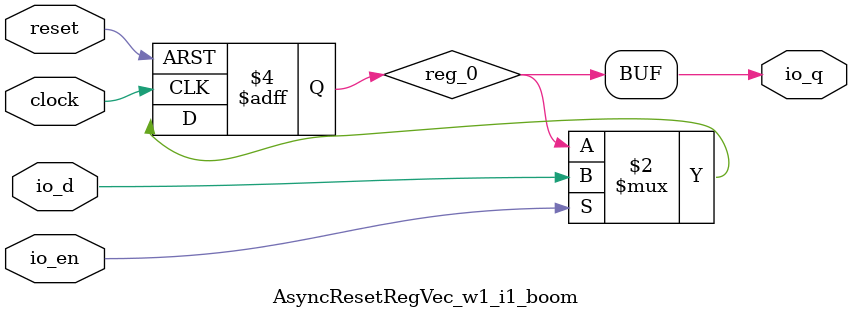
<source format=sv>
`ifndef RANDOMIZE
  `ifdef RANDOMIZE_REG_INIT
    `define RANDOMIZE
  `endif // RANDOMIZE_REG_INIT
`endif // not def RANDOMIZE
`ifndef RANDOMIZE
  `ifdef RANDOMIZE_MEM_INIT
    `define RANDOMIZE
  `endif // RANDOMIZE_MEM_INIT
`endif // not def RANDOMIZE

`ifndef RANDOM
  `define RANDOM $random
`endif // not def RANDOM

// Users can define 'PRINTF_COND' to add an extra gate to prints.
`ifndef PRINTF_COND_
  `ifdef PRINTF_COND
    `define PRINTF_COND_ (`PRINTF_COND)
  `else  // PRINTF_COND
    `define PRINTF_COND_ 1
  `endif // PRINTF_COND
`endif // not def PRINTF_COND_

// Users can define 'ASSERT_VERBOSE_COND' to add an extra gate to assert error printing.
`ifndef ASSERT_VERBOSE_COND_
  `ifdef ASSERT_VERBOSE_COND
    `define ASSERT_VERBOSE_COND_ (`ASSERT_VERBOSE_COND)
  `else  // ASSERT_VERBOSE_COND
    `define ASSERT_VERBOSE_COND_ 1
  `endif // ASSERT_VERBOSE_COND
`endif // not def ASSERT_VERBOSE_COND_

// Users can define 'STOP_COND' to add an extra gate to stop conditions.
`ifndef STOP_COND_
  `ifdef STOP_COND
    `define STOP_COND_ (`STOP_COND)
  `else  // STOP_COND
    `define STOP_COND_ 1
  `endif // STOP_COND
`endif // not def STOP_COND_

// Users can define INIT_RANDOM as general code that gets injected into the
// initializer block for modules with registers.
`ifndef INIT_RANDOM
  `define INIT_RANDOM
`endif // not def INIT_RANDOM

// If using random initialization, you can also define RANDOMIZE_DELAY to
// customize the delay used, otherwise 0.002 is used.
`ifndef RANDOMIZE_DELAY
  `define RANDOMIZE_DELAY 0.002
`endif // not def RANDOMIZE_DELAY

// Define INIT_RANDOM_PROLOG_ for use in our modules below.
`ifndef INIT_RANDOM_PROLOG_
  `ifdef RANDOMIZE
    `ifdef VERILATOR
      `define INIT_RANDOM_PROLOG_ `INIT_RANDOM
    `else  // VERILATOR
      `define INIT_RANDOM_PROLOG_ `INIT_RANDOM #`RANDOMIZE_DELAY begin end
    `endif // VERILATOR
  `else  // RANDOMIZE
    `define INIT_RANDOM_PROLOG_
  `endif // RANDOMIZE
`endif // not def INIT_RANDOM_PROLOG_

module AsyncResetRegVec_w1_i1_boom(
  input  clock,
         reset,
         io_d,
         io_en,
  output io_q
);

  reg reg_0;	// @[AsyncResetReg.scala:63:50]
  always @(posedge clock or posedge reset) begin
    if (reset)
      reg_0 <= 1'h1;	// @[AsyncResetReg.scala:63:50]
    else if (io_en)
      reg_0 <= io_d;	// @[AsyncResetReg.scala:63:50]
  end // always @(posedge, posedge)
  `ifndef SYNTHESIS
    `ifdef FIRRTL_BEFORE_INITIAL
      `FIRRTL_BEFORE_INITIAL
    `endif // FIRRTL_BEFORE_INITIAL
    logic [31:0] _RANDOM_0;
    initial begin
      `ifdef INIT_RANDOM_PROLOG_
        `INIT_RANDOM_PROLOG_
      `endif // INIT_RANDOM_PROLOG_
      `ifdef RANDOMIZE_REG_INIT
        _RANDOM_0 = `RANDOM;
        reg_0 = _RANDOM_0[0];	// @[AsyncResetReg.scala:63:50]
      `endif // RANDOMIZE_REG_INIT
      `ifdef RANDOMIZE
        if (reset)
          reg_0 = 1'h1;	// @[AsyncResetReg.scala:63:50]
      `endif // RANDOMIZE
    end // initial
    `ifdef FIRRTL_AFTER_INITIAL
      `FIRRTL_AFTER_INITIAL
    `endif // FIRRTL_AFTER_INITIAL
  `endif // not def SYNTHESIS
  assign io_q = reg_0;	// @[AsyncResetReg.scala:63:50]
endmodule


</source>
